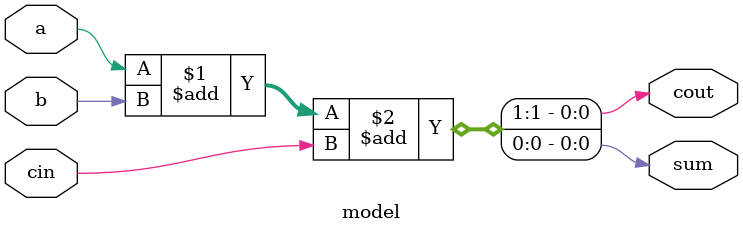
<source format=sv>
module model (
    input a,
    input b,
    input cin,
    output logic sum,
    output logic cout
);
    assign {cout, sum} = a+b+cin;
endmodule

</source>
